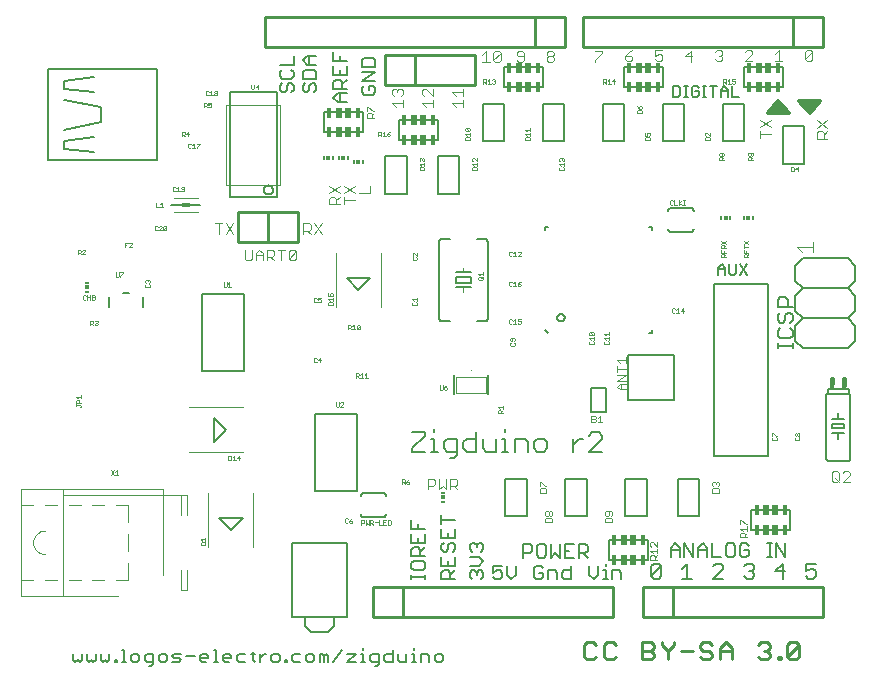
<source format=gto>
G75*
G70*
%OFA0B0*%
%FSLAX24Y24*%
%IPPOS*%
%LPD*%
%AMOC8*
5,1,8,0,0,1.08239X$1,22.5*
%
%ADD10C,0.0120*%
%ADD11C,0.0050*%
%ADD12C,0.0040*%
%ADD13C,0.0060*%
%ADD14C,0.0080*%
%ADD15C,0.0110*%
%ADD16C,0.0030*%
%ADD17C,0.0010*%
%ADD18C,0.0100*%
%ADD19R,0.0118X0.0059*%
%ADD20R,0.0118X0.0118*%
%ADD21R,0.0059X0.0118*%
%ADD22C,0.0020*%
%ADD23C,0.0004*%
%ADD24C,0.0030*%
%ADD25R,0.0150X0.0350*%
%ADD26R,0.0200X0.0350*%
%ADD27C,0.0039*%
%ADD28C,0.0028*%
%ADD29R,0.0276X0.0118*%
%ADD30C,0.0160*%
%ADD31R,0.0160X0.0230*%
D10*
X025400Y018636D02*
X025750Y019036D01*
X026100Y018636D01*
X025400Y018636D01*
X025550Y018786D02*
X025750Y018986D01*
X025900Y018736D01*
X025600Y018736D01*
X025800Y018886D01*
X026450Y019036D02*
X026800Y018636D01*
X027150Y019036D01*
X026450Y019036D01*
X026600Y018936D02*
X027000Y018936D01*
X026800Y018736D01*
X026650Y019036D01*
X026850Y019036D01*
X026800Y018936D02*
X026800Y018886D01*
D11*
X026604Y018216D02*
X025896Y018216D01*
X025896Y016956D01*
X026604Y016956D01*
X026604Y018216D01*
X025900Y019501D02*
X024600Y019501D01*
X024600Y020170D01*
X025900Y020170D01*
X025900Y019501D01*
X024604Y018966D02*
X024604Y017706D01*
X023896Y017706D01*
X023896Y018966D01*
X024604Y018966D01*
X024437Y019196D02*
X024204Y019196D01*
X024204Y019547D01*
X024069Y019430D02*
X024069Y019196D01*
X024069Y019372D02*
X023835Y019372D01*
X023835Y019430D02*
X023952Y019547D01*
X024069Y019430D01*
X023835Y019430D02*
X023835Y019196D01*
X023584Y019196D02*
X023584Y019547D01*
X023467Y019547D02*
X023701Y019547D01*
X023338Y019547D02*
X023222Y019547D01*
X023280Y019547D02*
X023280Y019196D01*
X023222Y019196D02*
X023338Y019196D01*
X023087Y019255D02*
X023087Y019372D01*
X022970Y019372D01*
X023087Y019488D02*
X023028Y019547D01*
X022912Y019547D01*
X022853Y019488D01*
X022853Y019255D01*
X022912Y019196D01*
X023028Y019196D01*
X023087Y019255D01*
X022724Y019196D02*
X022608Y019196D01*
X022666Y019196D02*
X022666Y019547D01*
X022608Y019547D02*
X022724Y019547D01*
X022473Y019488D02*
X022473Y019255D01*
X022414Y019196D01*
X022239Y019196D01*
X022239Y019547D01*
X022414Y019547D01*
X022473Y019488D01*
X022604Y018966D02*
X021896Y018966D01*
X021896Y017706D01*
X022604Y017706D01*
X022604Y018966D01*
X021900Y019501D02*
X020600Y019501D01*
X020600Y020170D01*
X021900Y020170D01*
X021900Y019501D01*
X020604Y018966D02*
X019896Y018966D01*
X019896Y017706D01*
X020604Y017706D01*
X020604Y018966D01*
X018604Y018966D02*
X018604Y017706D01*
X017896Y017706D01*
X017896Y018966D01*
X018604Y018966D01*
X017900Y019501D02*
X016600Y019501D01*
X016600Y020170D01*
X017900Y020170D01*
X017900Y019501D01*
X016604Y018966D02*
X016604Y017706D01*
X015896Y017706D01*
X015896Y018966D01*
X016604Y018966D01*
X014400Y018420D02*
X014400Y017751D01*
X013100Y017751D01*
X013100Y018420D01*
X014400Y018420D01*
X014396Y017216D02*
X015104Y017216D01*
X015104Y015956D01*
X014396Y015956D01*
X014396Y017216D01*
X013354Y017216D02*
X012646Y017216D01*
X012646Y015956D01*
X013354Y015956D01*
X013354Y017216D01*
X011900Y018001D02*
X010600Y018001D01*
X010600Y018670D01*
X011900Y018670D01*
X011900Y018001D01*
X011363Y019005D02*
X011063Y019005D01*
X010913Y019156D01*
X011063Y019306D01*
X011363Y019306D01*
X011363Y019466D02*
X010913Y019466D01*
X010913Y019691D01*
X010988Y019766D01*
X011138Y019766D01*
X011213Y019691D01*
X011213Y019466D01*
X011213Y019616D02*
X011363Y019766D01*
X011363Y019926D02*
X011363Y020226D01*
X011363Y020387D02*
X010913Y020387D01*
X010913Y020687D01*
X011138Y020537D02*
X011138Y020387D01*
X010913Y020226D02*
X010913Y019926D01*
X011363Y019926D01*
X011138Y019926D02*
X011138Y020076D01*
X011867Y020026D02*
X012318Y020026D01*
X011867Y019726D01*
X012318Y019726D01*
X012242Y019566D02*
X012092Y019566D01*
X012092Y019416D01*
X011942Y019566D02*
X011867Y019491D01*
X011867Y019340D01*
X011942Y019265D01*
X012242Y019265D01*
X012318Y019340D01*
X012318Y019491D01*
X012242Y019566D01*
X012318Y020186D02*
X011867Y020186D01*
X011867Y020411D01*
X011942Y020486D01*
X012242Y020486D01*
X012318Y020411D01*
X012318Y020186D01*
X011138Y019306D02*
X011138Y019005D01*
X010337Y019410D02*
X010262Y019335D01*
X010337Y019410D02*
X010337Y019560D01*
X010262Y019635D01*
X010187Y019635D01*
X010112Y019560D01*
X010112Y019410D01*
X010036Y019335D01*
X009961Y019335D01*
X009886Y019410D01*
X009886Y019560D01*
X009961Y019635D01*
X009886Y019795D02*
X009886Y020020D01*
X009961Y020095D01*
X010262Y020095D01*
X010337Y020020D01*
X010337Y019795D01*
X009886Y019795D01*
X009587Y019870D02*
X009587Y020020D01*
X009512Y020095D01*
X009587Y020255D02*
X009136Y020255D01*
X009211Y020095D02*
X009136Y020020D01*
X009136Y019870D01*
X009211Y019795D01*
X009512Y019795D01*
X009587Y019870D01*
X009512Y019635D02*
X009587Y019560D01*
X009587Y019410D01*
X009512Y019335D01*
X009362Y019410D02*
X009286Y019335D01*
X009211Y019335D01*
X009136Y019410D01*
X009136Y019560D01*
X009211Y019635D01*
X009362Y019560D02*
X009437Y019635D01*
X009512Y019635D01*
X009362Y019560D02*
X009362Y019410D01*
X009587Y020255D02*
X009587Y020556D01*
X009886Y020406D02*
X010036Y020556D01*
X010337Y020556D01*
X010112Y020556D02*
X010112Y020255D01*
X010036Y020255D02*
X009886Y020406D01*
X010036Y020255D02*
X010337Y020255D01*
X005049Y020101D02*
X005049Y017070D01*
X001407Y017070D01*
X001407Y020101D01*
X005049Y020101D01*
X003183Y018836D02*
X003183Y018336D01*
X001933Y018086D01*
X001933Y017711D02*
X002933Y017836D01*
X002933Y017336D02*
X001933Y017461D01*
X001933Y017711D01*
X001933Y019086D02*
X003183Y018836D01*
X002933Y019336D02*
X001933Y019461D01*
X001933Y019711D01*
X002933Y019836D01*
X005488Y015586D02*
X006472Y015586D01*
X014941Y009901D02*
X014941Y009271D01*
X016059Y009271D02*
X016059Y009901D01*
X017978Y011412D02*
X018077Y011314D01*
X018375Y011836D02*
X018377Y011858D01*
X018383Y011879D01*
X018392Y011898D01*
X018404Y011916D01*
X018420Y011932D01*
X018437Y011944D01*
X018457Y011953D01*
X018478Y011959D01*
X018500Y011961D01*
X018522Y011959D01*
X018543Y011953D01*
X018562Y011944D01*
X018580Y011932D01*
X018596Y011916D01*
X018608Y011898D01*
X018617Y011879D01*
X018623Y011858D01*
X018625Y011836D01*
X018623Y011814D01*
X018617Y011793D01*
X018608Y011774D01*
X018596Y011756D01*
X018580Y011740D01*
X018563Y011728D01*
X018543Y011719D01*
X018522Y011713D01*
X018500Y011711D01*
X018478Y011713D01*
X018457Y011719D01*
X018437Y011728D01*
X018420Y011740D01*
X018404Y011756D01*
X018392Y011773D01*
X018383Y011793D01*
X018377Y011814D01*
X018375Y011836D01*
X020736Y010599D02*
X022264Y010599D01*
X022264Y009072D01*
X020736Y009072D01*
X020736Y010599D01*
X021423Y011314D02*
X021522Y011314D01*
X021522Y011412D01*
X019996Y009479D02*
X019504Y009479D01*
X019504Y008692D01*
X019996Y008692D01*
X019996Y009479D01*
X019354Y006466D02*
X018646Y006466D01*
X018646Y005206D01*
X019354Y005206D01*
X019354Y006466D01*
X020646Y006466D02*
X020646Y005206D01*
X021354Y005206D01*
X021354Y006466D01*
X020646Y006466D01*
X022396Y006466D02*
X022396Y005206D01*
X023104Y005206D01*
X023104Y006466D01*
X022396Y006466D01*
X024850Y005420D02*
X024850Y004751D01*
X026150Y004751D01*
X026150Y005420D01*
X024850Y005420D01*
X024683Y004304D02*
X024533Y004304D01*
X024458Y004229D01*
X024458Y003928D01*
X024533Y003853D01*
X024683Y003853D01*
X024758Y003928D01*
X024758Y004079D01*
X024608Y004079D01*
X024758Y004229D02*
X024683Y004304D01*
X024297Y004229D02*
X024297Y003928D01*
X024222Y003853D01*
X024072Y003853D01*
X023997Y003928D01*
X023997Y004229D01*
X024072Y004304D01*
X024222Y004304D01*
X024297Y004229D01*
X023837Y003853D02*
X023537Y003853D01*
X023537Y004304D01*
X023377Y004154D02*
X023377Y003853D01*
X023377Y004079D02*
X023076Y004079D01*
X023076Y004154D02*
X023226Y004304D01*
X023377Y004154D01*
X023076Y004154D02*
X023076Y003853D01*
X022916Y003853D02*
X022916Y004304D01*
X022616Y004304D02*
X022916Y003853D01*
X022616Y003853D02*
X022616Y004304D01*
X022456Y004154D02*
X022456Y003853D01*
X022456Y004079D02*
X022156Y004079D01*
X022156Y004154D02*
X022306Y004304D01*
X022456Y004154D01*
X022156Y004154D02*
X022156Y003853D01*
X021400Y003751D02*
X020100Y003751D01*
X020100Y004420D01*
X021400Y004420D01*
X021400Y003751D01*
X020519Y003331D02*
X020519Y003105D01*
X020519Y003331D02*
X020444Y003406D01*
X020218Y003406D01*
X020218Y003105D01*
X020062Y003105D02*
X019911Y003105D01*
X019987Y003105D02*
X019987Y003406D01*
X019911Y003406D01*
X019987Y003556D02*
X019987Y003631D01*
X019751Y003556D02*
X019751Y003256D01*
X019601Y003105D01*
X019451Y003256D01*
X019451Y003556D01*
X019387Y003831D02*
X019237Y003981D01*
X019312Y003981D02*
X019087Y003981D01*
X019087Y003831D02*
X019087Y004281D01*
X019312Y004281D01*
X019387Y004206D01*
X019387Y004056D01*
X019312Y003981D01*
X018926Y003831D02*
X018626Y003831D01*
X018626Y004281D01*
X018926Y004281D01*
X018776Y004056D02*
X018626Y004056D01*
X018466Y003831D02*
X018466Y004281D01*
X018166Y004281D02*
X018166Y003831D01*
X018316Y003981D01*
X018466Y003831D01*
X018006Y003906D02*
X018006Y004206D01*
X017931Y004281D01*
X017780Y004281D01*
X017705Y004206D01*
X017705Y003906D01*
X017780Y003831D01*
X017931Y003831D01*
X018006Y003906D01*
X017835Y003556D02*
X017685Y003556D01*
X017609Y003481D01*
X017609Y003180D01*
X017685Y003105D01*
X017835Y003105D01*
X017910Y003180D01*
X017910Y003331D01*
X017760Y003331D01*
X017910Y003481D02*
X017835Y003556D01*
X018070Y003406D02*
X018295Y003406D01*
X018370Y003331D01*
X018370Y003105D01*
X018530Y003180D02*
X018530Y003331D01*
X018605Y003406D01*
X018831Y003406D01*
X018831Y003556D02*
X018831Y003105D01*
X018605Y003105D01*
X018530Y003180D01*
X018070Y003105D02*
X018070Y003406D01*
X017470Y003981D02*
X017245Y003981D01*
X017245Y003831D02*
X017245Y004281D01*
X017470Y004281D01*
X017545Y004206D01*
X017545Y004056D01*
X017470Y003981D01*
X016989Y003556D02*
X016989Y003256D01*
X016839Y003105D01*
X016689Y003256D01*
X016689Y003556D01*
X016529Y003556D02*
X016228Y003556D01*
X016228Y003331D01*
X016378Y003406D01*
X016453Y003406D01*
X016529Y003331D01*
X016529Y003180D01*
X016453Y003105D01*
X016303Y003105D01*
X016228Y003180D01*
X015913Y003180D02*
X015838Y003105D01*
X015913Y003180D02*
X015913Y003331D01*
X015838Y003406D01*
X015763Y003406D01*
X015688Y003331D01*
X015688Y003256D01*
X015688Y003331D02*
X015613Y003406D01*
X015538Y003406D01*
X015463Y003331D01*
X015463Y003180D01*
X015538Y003105D01*
X015463Y003566D02*
X015763Y003566D01*
X015913Y003716D01*
X015763Y003866D01*
X015463Y003866D01*
X015538Y004026D02*
X015463Y004101D01*
X015463Y004251D01*
X015538Y004326D01*
X015613Y004326D01*
X015688Y004251D01*
X015763Y004326D01*
X015838Y004326D01*
X015913Y004251D01*
X015913Y004101D01*
X015838Y004026D01*
X015688Y004176D02*
X015688Y004251D01*
X014963Y004251D02*
X014963Y004101D01*
X014888Y004026D01*
X014738Y004101D02*
X014738Y004251D01*
X014813Y004326D01*
X014888Y004326D01*
X014963Y004251D01*
X014963Y004487D02*
X014513Y004487D01*
X014513Y004787D01*
X014513Y004947D02*
X014513Y005247D01*
X014513Y005097D02*
X014963Y005097D01*
X014963Y004787D02*
X014963Y004487D01*
X014738Y004487D02*
X014738Y004637D01*
X014588Y004326D02*
X014513Y004251D01*
X014513Y004101D01*
X014588Y004026D01*
X014663Y004026D01*
X014738Y004101D01*
X014513Y003866D02*
X014513Y003566D01*
X014963Y003566D01*
X014963Y003866D01*
X014738Y003716D02*
X014738Y003566D01*
X014738Y003406D02*
X014813Y003331D01*
X014813Y003105D01*
X014963Y003105D02*
X014513Y003105D01*
X014513Y003331D01*
X014588Y003406D01*
X014738Y003406D01*
X014813Y003256D02*
X014963Y003406D01*
X013963Y003487D02*
X013963Y003638D01*
X013888Y003713D01*
X013588Y003713D01*
X013513Y003638D01*
X013513Y003487D01*
X013588Y003412D01*
X013888Y003412D01*
X013963Y003487D01*
X013963Y003256D02*
X013963Y003105D01*
X013963Y003180D02*
X013513Y003180D01*
X013513Y003105D02*
X013513Y003256D01*
X013513Y003873D02*
X013513Y004098D01*
X013588Y004173D01*
X013738Y004173D01*
X013813Y004098D01*
X013813Y003873D01*
X013813Y004023D02*
X013963Y004173D01*
X013963Y004333D02*
X013963Y004633D01*
X013963Y004793D02*
X013513Y004793D01*
X013513Y005094D01*
X013738Y004944D02*
X013738Y004793D01*
X013513Y004633D02*
X013513Y004333D01*
X013963Y004333D01*
X013738Y004333D02*
X013738Y004483D01*
X013963Y003873D02*
X013513Y003873D01*
X011356Y004306D02*
X009544Y004306D01*
X009544Y001865D01*
X009978Y001865D01*
X009978Y001550D01*
X010174Y001353D01*
X010726Y001353D01*
X010922Y001550D01*
X010922Y001865D01*
X009978Y001865D01*
X010922Y001865D02*
X011356Y001865D01*
X011356Y004306D01*
X016646Y005206D02*
X016646Y006466D01*
X017354Y006466D01*
X017354Y005206D01*
X016646Y005206D01*
X025378Y004304D02*
X025528Y004304D01*
X025453Y004304D02*
X025453Y003853D01*
X025378Y003853D02*
X025528Y003853D01*
X025685Y003853D02*
X025685Y004304D01*
X025985Y003853D01*
X025985Y004304D01*
X021522Y014759D02*
X021522Y014857D01*
X021423Y014857D01*
X018077Y014857D02*
X017978Y014857D01*
X017978Y014759D01*
D12*
X015230Y018856D02*
X015230Y019096D01*
X015230Y018976D02*
X014870Y018976D01*
X014990Y018856D01*
X014990Y019224D02*
X014870Y019344D01*
X015230Y019344D01*
X015230Y019224D02*
X015230Y019464D01*
X014230Y019464D02*
X014230Y019224D01*
X013990Y019464D01*
X013930Y019464D01*
X013870Y019404D01*
X013870Y019284D01*
X013930Y019224D01*
X013870Y018976D02*
X014230Y018976D01*
X014230Y018856D02*
X014230Y019096D01*
X013990Y018856D02*
X013870Y018976D01*
X013230Y018976D02*
X012870Y018976D01*
X012990Y018856D01*
X013230Y018856D02*
X013230Y019096D01*
X013170Y019224D02*
X013230Y019284D01*
X013230Y019404D01*
X013170Y019464D01*
X013110Y019464D01*
X013050Y019404D01*
X013050Y019344D01*
X013050Y019404D02*
X012990Y019464D01*
X012930Y019464D01*
X012870Y019404D01*
X012870Y019284D01*
X012930Y019224D01*
X015880Y020356D02*
X016120Y020356D01*
X016000Y020356D02*
X016000Y020716D01*
X015880Y020596D01*
X016248Y020656D02*
X016248Y020416D01*
X016489Y020656D01*
X016489Y020416D01*
X016428Y020356D01*
X016308Y020356D01*
X016248Y020416D01*
X016248Y020656D02*
X016308Y020716D01*
X016428Y020716D01*
X016489Y020656D01*
X017020Y020656D02*
X017020Y020596D01*
X017080Y020536D01*
X017260Y020536D01*
X017260Y020656D02*
X017200Y020716D01*
X017080Y020716D01*
X017020Y020656D01*
X017260Y020656D02*
X017260Y020416D01*
X017200Y020356D01*
X017080Y020356D01*
X017020Y020416D01*
X018020Y020416D02*
X018020Y020476D01*
X018080Y020536D01*
X018200Y020536D01*
X018260Y020476D01*
X018260Y020416D01*
X018200Y020356D01*
X018080Y020356D01*
X018020Y020416D01*
X018080Y020536D02*
X018020Y020596D01*
X018020Y020656D01*
X018080Y020716D01*
X018200Y020716D01*
X018260Y020656D01*
X018260Y020596D01*
X018200Y020536D01*
X019620Y020416D02*
X019620Y020356D01*
X019620Y020416D02*
X019860Y020656D01*
X019860Y020716D01*
X019620Y020716D01*
X020645Y020561D02*
X020645Y020441D01*
X020705Y020381D01*
X020825Y020381D01*
X020885Y020441D01*
X020885Y020501D01*
X020825Y020561D01*
X020645Y020561D01*
X020765Y020681D01*
X020885Y020741D01*
X021645Y020741D02*
X021645Y020561D01*
X021765Y020621D01*
X021825Y020621D01*
X021885Y020561D01*
X021885Y020441D01*
X021825Y020381D01*
X021705Y020381D01*
X021645Y020441D01*
X021645Y020741D02*
X021885Y020741D01*
X022645Y020536D02*
X022885Y020536D01*
X022825Y020356D02*
X022825Y020716D01*
X022645Y020536D01*
X023645Y020441D02*
X023705Y020381D01*
X023825Y020381D01*
X023885Y020441D01*
X023885Y020501D01*
X023825Y020561D01*
X023765Y020561D01*
X023825Y020561D02*
X023885Y020621D01*
X023885Y020681D01*
X023825Y020741D01*
X023705Y020741D01*
X023645Y020681D01*
X024645Y020681D02*
X024705Y020741D01*
X024825Y020741D01*
X024885Y020681D01*
X024885Y020621D01*
X024645Y020381D01*
X024885Y020381D01*
X025645Y020381D02*
X025885Y020381D01*
X025765Y020381D02*
X025765Y020741D01*
X025645Y020621D01*
X026645Y020681D02*
X026645Y020441D01*
X026885Y020681D01*
X026885Y020441D01*
X026825Y020381D01*
X026705Y020381D01*
X026645Y020441D01*
X026645Y020681D02*
X026705Y020741D01*
X026825Y020741D01*
X026885Y020681D01*
X027020Y018402D02*
X027380Y018162D01*
X027380Y018034D02*
X027260Y017914D01*
X027260Y017974D02*
X027260Y017794D01*
X027380Y017794D02*
X027020Y017794D01*
X027020Y017974D01*
X027080Y018034D01*
X027200Y018034D01*
X027260Y017974D01*
X027020Y018162D02*
X027380Y018402D01*
X025507Y018423D02*
X025146Y018182D01*
X025146Y018054D02*
X025146Y017814D01*
X025146Y017934D02*
X025507Y017934D01*
X025507Y018182D02*
X025146Y018423D01*
X026379Y014189D02*
X026891Y014189D01*
X026891Y014359D02*
X026891Y014018D01*
X026550Y014018D02*
X026379Y014189D01*
X027580Y006716D02*
X027700Y006716D01*
X027760Y006656D01*
X027760Y006416D01*
X027700Y006356D01*
X027580Y006356D01*
X027520Y006416D01*
X027520Y006656D01*
X027580Y006716D01*
X027640Y006476D02*
X027760Y006356D01*
X027888Y006356D02*
X028129Y006596D01*
X028129Y006656D01*
X028068Y006716D01*
X027948Y006716D01*
X027888Y006656D01*
X027888Y006356D02*
X028129Y006356D01*
X015047Y006406D02*
X015047Y006286D01*
X014987Y006226D01*
X014807Y006226D01*
X014927Y006226D02*
X015047Y006106D01*
X014807Y006106D02*
X014807Y006466D01*
X014987Y006466D01*
X015047Y006406D01*
X014679Y006466D02*
X014679Y006106D01*
X014558Y006226D01*
X014438Y006106D01*
X014438Y006466D01*
X014310Y006406D02*
X014310Y006286D01*
X014250Y006226D01*
X014070Y006226D01*
X014070Y006106D02*
X014070Y006466D01*
X014250Y006466D01*
X014310Y006406D01*
X008250Y005976D02*
X008250Y004196D01*
X006750Y004196D02*
X006750Y005976D01*
X006110Y007336D02*
X007890Y007336D01*
X007890Y008836D02*
X006110Y008836D01*
X011000Y012196D02*
X011000Y013976D01*
X009672Y014036D02*
X009672Y013796D01*
X009612Y013736D01*
X009492Y013736D01*
X009432Y013796D01*
X009672Y014036D01*
X009612Y014096D01*
X009492Y014096D01*
X009432Y014036D01*
X009432Y013796D01*
X009183Y013736D02*
X009183Y014096D01*
X009063Y014096D02*
X009304Y014096D01*
X008935Y014036D02*
X008935Y013916D01*
X008875Y013856D01*
X008695Y013856D01*
X008815Y013856D02*
X008935Y013736D01*
X008695Y013736D02*
X008695Y014096D01*
X008875Y014096D01*
X008935Y014036D01*
X008567Y013976D02*
X008567Y013736D01*
X008567Y013916D02*
X008327Y013916D01*
X008327Y013976D02*
X008327Y013736D01*
X008199Y013796D02*
X008199Y014096D01*
X008327Y013976D02*
X008447Y014096D01*
X008567Y013976D01*
X008199Y013796D02*
X008139Y013736D01*
X008018Y013736D01*
X007958Y013796D01*
X007958Y014096D01*
X010770Y015619D02*
X010770Y015799D01*
X010830Y015859D01*
X010950Y015859D01*
X011010Y015799D01*
X011010Y015619D01*
X011130Y015619D02*
X010770Y015619D01*
X011010Y015739D02*
X011130Y015859D01*
X011130Y015987D02*
X010770Y016227D01*
X010770Y015987D02*
X011130Y016227D01*
X011270Y016227D02*
X011630Y015987D01*
X011770Y015987D02*
X012130Y015987D01*
X012130Y016227D01*
X011630Y016227D02*
X011270Y015987D01*
X011270Y015859D02*
X011270Y015619D01*
X011270Y015739D02*
X011630Y015739D01*
X012500Y013976D02*
X012500Y012196D01*
D13*
X014443Y011806D02*
X014443Y014365D01*
X014444Y014382D01*
X014449Y014399D01*
X014456Y014414D01*
X014466Y014428D01*
X014478Y014440D01*
X014492Y014450D01*
X014507Y014457D01*
X014524Y014462D01*
X014541Y014463D01*
X014541Y014464D02*
X014800Y014464D01*
X015700Y014464D02*
X015959Y014464D01*
X015959Y014463D02*
X015976Y014462D01*
X015993Y014457D01*
X016008Y014450D01*
X016022Y014440D01*
X016034Y014428D01*
X016044Y014414D01*
X016051Y014399D01*
X016056Y014382D01*
X016057Y014365D01*
X016057Y011806D01*
X016056Y011789D01*
X016051Y011772D01*
X016044Y011757D01*
X016034Y011743D01*
X016022Y011731D01*
X016008Y011721D01*
X015993Y011714D01*
X015976Y011709D01*
X015959Y011708D01*
X015700Y011708D01*
X014800Y011708D02*
X014541Y011708D01*
X014524Y011709D01*
X014507Y011714D01*
X014492Y011721D01*
X014478Y011731D01*
X014466Y011743D01*
X014456Y011757D01*
X014449Y011772D01*
X014444Y011789D01*
X014443Y011806D01*
X015000Y012836D02*
X015250Y012836D01*
X015500Y012836D01*
X015500Y012986D02*
X015500Y013186D01*
X015000Y013186D01*
X015000Y012986D01*
X015500Y012986D01*
X015500Y013336D02*
X015250Y013336D01*
X015000Y013336D01*
X009020Y015836D02*
X007480Y015836D01*
X007480Y019336D01*
X009020Y019336D01*
X009020Y015836D01*
X008600Y016086D02*
X008602Y016110D01*
X008608Y016134D01*
X008617Y016156D01*
X008630Y016176D01*
X008646Y016194D01*
X008665Y016209D01*
X008686Y016222D01*
X008708Y016230D01*
X008732Y016235D01*
X008756Y016236D01*
X008780Y016233D01*
X008803Y016226D01*
X008825Y016216D01*
X008845Y016202D01*
X008862Y016185D01*
X008877Y016166D01*
X008888Y016145D01*
X008896Y016122D01*
X008900Y016098D01*
X008900Y016074D01*
X008896Y016050D01*
X008888Y016027D01*
X008877Y016006D01*
X008862Y015987D01*
X008845Y015970D01*
X008825Y015956D01*
X008803Y015946D01*
X008780Y015939D01*
X008756Y015936D01*
X008732Y015937D01*
X008708Y015942D01*
X008686Y015950D01*
X008665Y015963D01*
X008646Y015978D01*
X008630Y015996D01*
X008617Y016016D01*
X008608Y016038D01*
X008602Y016062D01*
X008600Y016086D01*
X014281Y008113D02*
X014281Y008006D01*
X014281Y007793D02*
X014175Y007793D01*
X014281Y007793D02*
X014281Y007366D01*
X014175Y007366D02*
X014388Y007366D01*
X014604Y007472D02*
X014711Y007366D01*
X015031Y007366D01*
X015031Y007259D02*
X015031Y007793D01*
X014711Y007793D01*
X014604Y007686D01*
X014604Y007472D01*
X014925Y007152D02*
X015031Y007259D01*
X014925Y007152D02*
X014818Y007152D01*
X015249Y007472D02*
X015249Y007686D01*
X015356Y007793D01*
X015676Y007793D01*
X015676Y008006D02*
X015676Y007366D01*
X015356Y007366D01*
X015249Y007472D01*
X015893Y007472D02*
X016000Y007366D01*
X016320Y007366D01*
X016320Y007793D01*
X016538Y007793D02*
X016645Y007793D01*
X016645Y007366D01*
X016751Y007366D02*
X016538Y007366D01*
X016968Y007366D02*
X016968Y007793D01*
X017288Y007793D01*
X017395Y007686D01*
X017395Y007366D01*
X017612Y007472D02*
X017719Y007366D01*
X017932Y007366D01*
X018039Y007472D01*
X018039Y007686D01*
X017932Y007793D01*
X017719Y007793D01*
X017612Y007686D01*
X017612Y007472D01*
X016645Y008006D02*
X016645Y008113D01*
X015893Y007793D02*
X015893Y007472D01*
X013957Y007366D02*
X013530Y007366D01*
X013530Y007472D01*
X013957Y007899D01*
X013957Y008006D01*
X013530Y008006D01*
X018901Y007793D02*
X018901Y007366D01*
X018901Y007579D02*
X019115Y007793D01*
X019222Y007793D01*
X019438Y007899D02*
X019545Y008006D01*
X019759Y008006D01*
X019865Y007899D01*
X019865Y007793D01*
X019438Y007366D01*
X019865Y007366D01*
X021594Y003621D02*
X021761Y003621D01*
X021844Y003537D01*
X021511Y003204D01*
X021594Y003120D01*
X021761Y003120D01*
X021844Y003204D01*
X021844Y003537D01*
X021594Y003621D02*
X021511Y003537D01*
X021511Y003204D01*
X022542Y003120D02*
X022875Y003120D01*
X022709Y003120D02*
X022709Y003621D01*
X022542Y003454D01*
X023573Y003537D02*
X023657Y003621D01*
X023823Y003621D01*
X023907Y003537D01*
X023907Y003454D01*
X023573Y003120D01*
X023907Y003120D01*
X024604Y003204D02*
X024688Y003120D01*
X024855Y003120D01*
X024938Y003204D01*
X024938Y003287D01*
X024855Y003371D01*
X024771Y003371D01*
X024855Y003371D02*
X024938Y003454D01*
X024938Y003537D01*
X024855Y003621D01*
X024688Y003621D01*
X024604Y003537D01*
X025636Y003371D02*
X025969Y003371D01*
X025886Y003621D02*
X025886Y003120D01*
X025636Y003371D02*
X025886Y003621D01*
X026667Y003621D02*
X026667Y003371D01*
X026834Y003454D01*
X026917Y003454D01*
X027001Y003371D01*
X027001Y003204D01*
X026917Y003120D01*
X026750Y003120D01*
X026667Y003204D01*
X026667Y003621D02*
X027001Y003621D01*
X027450Y007036D02*
X028050Y007036D01*
X028067Y007038D01*
X028084Y007042D01*
X028100Y007049D01*
X028114Y007059D01*
X028127Y007072D01*
X028137Y007086D01*
X028144Y007102D01*
X028148Y007119D01*
X028150Y007136D01*
X028150Y009286D01*
X028100Y009286D01*
X027400Y009286D01*
X027350Y009286D01*
X027350Y007136D01*
X027352Y007119D01*
X027356Y007102D01*
X027363Y007086D01*
X027373Y007072D01*
X027386Y007059D01*
X027400Y007049D01*
X027416Y007042D01*
X027433Y007038D01*
X027450Y007036D01*
X027750Y007786D02*
X027750Y007986D01*
X027550Y007986D01*
X027550Y008136D02*
X027950Y008136D01*
X027950Y008286D01*
X027550Y008286D01*
X027550Y008136D01*
X027750Y007986D02*
X027950Y007986D01*
X027950Y008436D02*
X027750Y008436D01*
X027550Y008436D01*
X027750Y008436D02*
X027750Y008636D01*
X027400Y009286D02*
X027400Y009436D01*
X028100Y009436D01*
X028100Y009286D01*
X028055Y010816D02*
X026555Y010816D01*
X026305Y011066D01*
X026305Y011566D01*
X026555Y011816D01*
X028055Y011816D01*
X028305Y011566D01*
X028305Y011066D01*
X028055Y010816D01*
X028055Y011816D02*
X028305Y012066D01*
X028305Y012566D01*
X028055Y012816D01*
X026555Y012816D01*
X026305Y012566D01*
X026305Y012066D01*
X026555Y011816D01*
X026235Y011748D02*
X026152Y011665D01*
X026235Y011748D02*
X026235Y011915D01*
X026152Y011998D01*
X026068Y011998D01*
X025985Y011915D01*
X025985Y011748D01*
X025901Y011665D01*
X025818Y011665D01*
X025735Y011748D01*
X025735Y011915D01*
X025818Y011998D01*
X025735Y012180D02*
X025735Y012430D01*
X025818Y012514D01*
X025985Y012514D01*
X026068Y012430D01*
X026068Y012180D01*
X026235Y012180D02*
X025735Y012180D01*
X026555Y012816D02*
X026305Y013066D01*
X026305Y013566D01*
X026555Y013816D01*
X028055Y013816D01*
X028305Y013566D01*
X028305Y013066D01*
X028055Y012816D01*
X026235Y011399D02*
X026152Y011483D01*
X026235Y011399D02*
X026235Y011232D01*
X026152Y011149D01*
X025818Y011149D01*
X025735Y011232D01*
X025735Y011399D01*
X025818Y011483D01*
X025735Y010972D02*
X025735Y010805D01*
X025735Y010889D02*
X026235Y010889D01*
X026235Y010972D02*
X026235Y010805D01*
X024706Y013265D02*
X024479Y013605D01*
X024338Y013605D02*
X024338Y013322D01*
X024281Y013265D01*
X024168Y013265D01*
X024111Y013322D01*
X024111Y013605D01*
X023969Y013492D02*
X023969Y013265D01*
X023969Y013435D02*
X023743Y013435D01*
X023743Y013492D02*
X023856Y013605D01*
X023969Y013492D01*
X023743Y013492D02*
X023743Y013265D01*
X024479Y013265D02*
X024706Y013605D01*
D14*
X002319Y000340D02*
X002249Y000410D01*
X002249Y000620D01*
X002389Y000410D02*
X002459Y000340D01*
X002529Y000410D01*
X002529Y000620D01*
X002709Y000620D02*
X002709Y000410D01*
X002779Y000340D01*
X002849Y000410D01*
X002919Y000340D01*
X002989Y000410D01*
X002989Y000620D01*
X003169Y000620D02*
X003169Y000410D01*
X003239Y000340D01*
X003309Y000410D01*
X003380Y000340D01*
X003450Y000410D01*
X003450Y000620D01*
X003630Y000410D02*
X003700Y000410D01*
X003700Y000340D01*
X003630Y000340D01*
X003630Y000410D01*
X003860Y000340D02*
X004000Y000340D01*
X003930Y000340D02*
X003930Y000760D01*
X003860Y000760D01*
X004167Y000550D02*
X004167Y000410D01*
X004237Y000340D01*
X004377Y000340D01*
X004447Y000410D01*
X004447Y000550D01*
X004377Y000620D01*
X004237Y000620D01*
X004167Y000550D01*
X004627Y000550D02*
X004627Y000410D01*
X004697Y000340D01*
X004908Y000340D01*
X004908Y000270D02*
X004908Y000620D01*
X004697Y000620D01*
X004627Y000550D01*
X004908Y000270D02*
X004837Y000200D01*
X004767Y000200D01*
X005088Y000410D02*
X005158Y000340D01*
X005298Y000340D01*
X005368Y000410D01*
X005368Y000550D01*
X005298Y000620D01*
X005158Y000620D01*
X005088Y000550D01*
X005088Y000410D01*
X005548Y000340D02*
X005758Y000340D01*
X005828Y000410D01*
X005758Y000480D01*
X005618Y000480D01*
X005548Y000550D01*
X005618Y000620D01*
X005828Y000620D01*
X006008Y000550D02*
X006289Y000550D01*
X006469Y000550D02*
X006469Y000410D01*
X006539Y000340D01*
X006679Y000340D01*
X006749Y000480D02*
X006469Y000480D01*
X006469Y000550D02*
X006539Y000620D01*
X006679Y000620D01*
X006749Y000550D01*
X006749Y000480D01*
X006929Y000340D02*
X007069Y000340D01*
X006999Y000340D02*
X006999Y000760D01*
X006929Y000760D01*
X007236Y000550D02*
X007236Y000410D01*
X007306Y000340D01*
X007446Y000340D01*
X007516Y000480D02*
X007236Y000480D01*
X007236Y000550D02*
X007306Y000620D01*
X007446Y000620D01*
X007516Y000550D01*
X007516Y000480D01*
X007697Y000410D02*
X007767Y000340D01*
X007977Y000340D01*
X008227Y000410D02*
X008297Y000340D01*
X008227Y000410D02*
X008227Y000690D01*
X008157Y000620D02*
X008297Y000620D01*
X008464Y000620D02*
X008464Y000340D01*
X008464Y000480D02*
X008604Y000620D01*
X008674Y000620D01*
X008848Y000550D02*
X008848Y000410D01*
X008918Y000340D01*
X009058Y000340D01*
X009128Y000410D01*
X009128Y000550D01*
X009058Y000620D01*
X008918Y000620D01*
X008848Y000550D01*
X009308Y000410D02*
X009378Y000410D01*
X009378Y000340D01*
X009308Y000340D01*
X009308Y000410D01*
X009538Y000410D02*
X009608Y000340D01*
X009818Y000340D01*
X009999Y000410D02*
X009999Y000550D01*
X010069Y000620D01*
X010209Y000620D01*
X010279Y000550D01*
X010279Y000410D01*
X010209Y000340D01*
X010069Y000340D01*
X009999Y000410D01*
X009818Y000620D02*
X009608Y000620D01*
X009538Y000550D01*
X009538Y000410D01*
X010459Y000340D02*
X010459Y000620D01*
X010529Y000620D01*
X010599Y000550D01*
X010669Y000620D01*
X010739Y000550D01*
X010739Y000340D01*
X010599Y000340D02*
X010599Y000550D01*
X010919Y000340D02*
X011200Y000760D01*
X011380Y000620D02*
X011660Y000620D01*
X011380Y000340D01*
X011660Y000340D01*
X011840Y000340D02*
X011980Y000340D01*
X011910Y000340D02*
X011910Y000620D01*
X011840Y000620D01*
X011910Y000760D02*
X011910Y000830D01*
X012147Y000550D02*
X012147Y000410D01*
X012217Y000340D01*
X012427Y000340D01*
X012427Y000270D02*
X012427Y000620D01*
X012217Y000620D01*
X012147Y000550D01*
X012427Y000270D02*
X012357Y000200D01*
X012287Y000200D01*
X012607Y000410D02*
X012607Y000550D01*
X012677Y000620D01*
X012888Y000620D01*
X012888Y000760D02*
X012888Y000340D01*
X012677Y000340D01*
X012607Y000410D01*
X013068Y000410D02*
X013138Y000340D01*
X013348Y000340D01*
X013348Y000620D01*
X013528Y000620D02*
X013598Y000620D01*
X013598Y000340D01*
X013528Y000340D02*
X013668Y000340D01*
X013835Y000340D02*
X013835Y000620D01*
X014045Y000620D01*
X014115Y000550D01*
X014115Y000340D01*
X014296Y000410D02*
X014296Y000550D01*
X014366Y000620D01*
X014506Y000620D01*
X014576Y000550D01*
X014576Y000410D01*
X014506Y000340D01*
X014366Y000340D01*
X014296Y000410D01*
X013598Y000760D02*
X013598Y000830D01*
X013068Y000620D02*
X013068Y000410D01*
X007977Y000620D02*
X007767Y000620D01*
X007697Y000550D01*
X007697Y000410D01*
X002389Y000410D02*
X002319Y000340D01*
X007106Y005162D02*
X007500Y004759D01*
X007894Y005162D01*
X007106Y005162D01*
X010300Y006045D02*
X010300Y008626D01*
X011700Y008626D01*
X011700Y006045D01*
X010300Y006045D01*
X011925Y005986D02*
X012575Y005986D01*
X012592Y005984D01*
X012609Y005980D01*
X012625Y005973D01*
X012639Y005963D01*
X012652Y005950D01*
X012662Y005936D01*
X012669Y005920D01*
X012673Y005903D01*
X012675Y005886D01*
X011925Y005986D02*
X011908Y005984D01*
X011891Y005980D01*
X011875Y005973D01*
X011861Y005963D01*
X011848Y005950D01*
X011838Y005936D01*
X011831Y005920D01*
X011827Y005903D01*
X011825Y005886D01*
X011825Y005286D02*
X011827Y005269D01*
X011831Y005252D01*
X011838Y005236D01*
X011848Y005222D01*
X011861Y005209D01*
X011875Y005199D01*
X011891Y005192D01*
X011908Y005188D01*
X011925Y005186D01*
X012575Y005186D01*
X012592Y005188D01*
X012609Y005192D01*
X012625Y005199D01*
X012639Y005209D01*
X012652Y005222D01*
X012662Y005236D01*
X012669Y005252D01*
X012673Y005269D01*
X012675Y005286D01*
X007327Y008086D02*
X006924Y008479D01*
X006924Y007692D01*
X007327Y008086D01*
X007950Y010045D02*
X006550Y010045D01*
X006550Y012626D01*
X007950Y012626D01*
X007950Y010045D01*
X004560Y012167D02*
X004560Y012505D01*
X004106Y012655D02*
X003894Y012655D01*
X003440Y012505D02*
X003440Y012167D01*
X011356Y013162D02*
X012144Y013162D01*
X011750Y012759D01*
X011356Y013162D01*
X022175Y014686D02*
X022825Y014686D01*
X022842Y014688D01*
X022859Y014692D01*
X022875Y014699D01*
X022889Y014709D01*
X022902Y014722D01*
X022912Y014736D01*
X022919Y014752D01*
X022923Y014769D01*
X022925Y014786D01*
X022925Y015386D02*
X022923Y015403D01*
X022919Y015420D01*
X022912Y015436D01*
X022902Y015450D01*
X022889Y015463D01*
X022875Y015473D01*
X022859Y015480D01*
X022842Y015484D01*
X022825Y015486D01*
X022175Y015486D01*
X022158Y015484D01*
X022141Y015480D01*
X022125Y015473D01*
X022111Y015463D01*
X022098Y015450D01*
X022088Y015436D01*
X022081Y015420D01*
X022077Y015403D01*
X022075Y015386D01*
X022075Y014786D02*
X022077Y014769D01*
X022081Y014752D01*
X022088Y014736D01*
X022098Y014722D01*
X022111Y014709D01*
X022125Y014699D01*
X022141Y014692D01*
X022158Y014688D01*
X022175Y014686D01*
X023614Y012940D02*
X025386Y012940D01*
X025386Y007231D01*
X023614Y007231D01*
X023614Y012940D01*
D15*
X023446Y001026D02*
X023249Y001026D01*
X023151Y000927D01*
X023151Y000829D01*
X023249Y000730D01*
X023446Y000730D01*
X023545Y000632D01*
X023545Y000533D01*
X023446Y000435D01*
X023249Y000435D01*
X023151Y000533D01*
X022900Y000730D02*
X022506Y000730D01*
X022255Y000927D02*
X022255Y001026D01*
X022255Y000927D02*
X022059Y000730D01*
X022059Y000435D01*
X022059Y000730D02*
X021862Y000927D01*
X021862Y001026D01*
X021611Y000927D02*
X021611Y000829D01*
X021512Y000730D01*
X021217Y000730D01*
X021217Y000435D02*
X021217Y001026D01*
X021512Y001026D01*
X021611Y000927D01*
X021512Y000730D02*
X021611Y000632D01*
X021611Y000533D01*
X021512Y000435D01*
X021217Y000435D01*
X020322Y000533D02*
X020223Y000435D01*
X020027Y000435D01*
X019928Y000533D01*
X019928Y000927D01*
X020027Y001026D01*
X020223Y001026D01*
X020322Y000927D01*
X019677Y000927D02*
X019579Y001026D01*
X019382Y001026D01*
X019284Y000927D01*
X019284Y000533D01*
X019382Y000435D01*
X019579Y000435D01*
X019677Y000533D01*
X023446Y001026D02*
X023545Y000927D01*
X023795Y000829D02*
X023992Y001026D01*
X024189Y000829D01*
X024189Y000435D01*
X023795Y000435D02*
X023795Y000829D01*
X023795Y000730D02*
X024189Y000730D01*
X025085Y000533D02*
X025183Y000435D01*
X025380Y000435D01*
X025478Y000533D01*
X025478Y000632D01*
X025380Y000730D01*
X025281Y000730D01*
X025380Y000730D02*
X025478Y000829D01*
X025478Y000927D01*
X025380Y001026D01*
X025183Y001026D01*
X025085Y000927D01*
X025729Y000533D02*
X025827Y000533D01*
X025827Y000435D01*
X025729Y000435D01*
X025729Y000533D01*
X026051Y000533D02*
X026051Y000927D01*
X026150Y001026D01*
X026347Y001026D01*
X026445Y000927D01*
X026051Y000533D01*
X026150Y000435D01*
X026347Y000435D01*
X026445Y000533D01*
X026445Y000927D01*
D16*
X020659Y009436D02*
X020466Y009436D01*
X020369Y009533D01*
X020466Y009629D01*
X020659Y009629D01*
X020659Y009730D02*
X020369Y009730D01*
X020659Y009924D01*
X020369Y009924D01*
X020369Y010025D02*
X020369Y010219D01*
X020369Y010122D02*
X020659Y010122D01*
X020659Y010320D02*
X020659Y010513D01*
X020659Y010416D02*
X020369Y010416D01*
X020466Y010320D01*
X020514Y009629D02*
X020514Y009436D01*
X010530Y014601D02*
X010283Y014971D01*
X010162Y014909D02*
X010162Y014786D01*
X010100Y014724D01*
X009915Y014724D01*
X009915Y014601D02*
X009915Y014971D01*
X010100Y014971D01*
X010162Y014909D01*
X010038Y014724D02*
X010162Y014601D01*
X010283Y014601D02*
X010530Y014971D01*
X007580Y014971D02*
X007333Y014601D01*
X007088Y014601D02*
X007088Y014971D01*
X006965Y014971D02*
X007212Y014971D01*
X007333Y014971D02*
X007580Y014601D01*
D17*
X007452Y013011D02*
X007452Y012861D01*
X007402Y012861D02*
X007502Y012861D01*
X007402Y012961D02*
X007452Y013011D01*
X007355Y013011D02*
X007355Y012886D01*
X007330Y012861D01*
X007280Y012861D01*
X007255Y012886D01*
X007255Y013011D01*
X005350Y014766D02*
X005325Y014741D01*
X005275Y014741D01*
X005250Y014766D01*
X005350Y014866D01*
X005350Y014766D01*
X005350Y014866D02*
X005325Y014891D01*
X005275Y014891D01*
X005250Y014866D01*
X005250Y014766D01*
X005202Y014741D02*
X005102Y014741D01*
X005202Y014841D01*
X005202Y014866D01*
X005177Y014891D01*
X005127Y014891D01*
X005102Y014866D01*
X005055Y014866D02*
X005030Y014891D01*
X004980Y014891D01*
X004955Y014866D01*
X004955Y014766D01*
X004980Y014741D01*
X005030Y014741D01*
X005055Y014766D01*
X005005Y015516D02*
X005105Y015516D01*
X005152Y015516D02*
X005252Y015516D01*
X005202Y015516D02*
X005202Y015666D01*
X005152Y015616D01*
X005005Y015666D02*
X005005Y015516D01*
X005555Y016066D02*
X005580Y016041D01*
X005630Y016041D01*
X005655Y016066D01*
X005702Y016041D02*
X005802Y016041D01*
X005752Y016041D02*
X005752Y016191D01*
X005702Y016141D01*
X005655Y016166D02*
X005630Y016191D01*
X005580Y016191D01*
X005555Y016166D01*
X005555Y016066D01*
X005850Y016066D02*
X005875Y016041D01*
X005925Y016041D01*
X005950Y016066D01*
X005950Y016166D01*
X005925Y016191D01*
X005875Y016191D01*
X005850Y016166D01*
X005850Y016141D01*
X005875Y016116D01*
X005950Y016116D01*
X006088Y017481D02*
X006063Y017506D01*
X006063Y017606D01*
X006088Y017631D01*
X006138Y017631D01*
X006163Y017606D01*
X006210Y017581D02*
X006260Y017631D01*
X006260Y017481D01*
X006210Y017481D02*
X006310Y017481D01*
X006358Y017481D02*
X006358Y017506D01*
X006458Y017606D01*
X006458Y017631D01*
X006358Y017631D01*
X006163Y017506D02*
X006138Y017481D01*
X006088Y017481D01*
X006083Y017881D02*
X006083Y018031D01*
X006008Y017956D01*
X006108Y017956D01*
X005960Y017956D02*
X005935Y017931D01*
X005860Y017931D01*
X005910Y017931D02*
X005960Y017881D01*
X005960Y017956D02*
X005960Y018006D01*
X005935Y018031D01*
X005860Y018031D01*
X005860Y017881D01*
X006605Y018841D02*
X006605Y018991D01*
X006680Y018991D01*
X006705Y018966D01*
X006705Y018916D01*
X006680Y018891D01*
X006605Y018891D01*
X006655Y018891D02*
X006705Y018841D01*
X006752Y018866D02*
X006777Y018841D01*
X006827Y018841D01*
X006852Y018866D01*
X006852Y018916D01*
X006827Y018941D01*
X006802Y018941D01*
X006752Y018916D01*
X006752Y018991D01*
X006852Y018991D01*
X006852Y019241D02*
X006852Y019391D01*
X006802Y019341D01*
X006755Y019366D02*
X006730Y019391D01*
X006680Y019391D01*
X006655Y019366D01*
X006655Y019266D01*
X006680Y019241D01*
X006730Y019241D01*
X006755Y019266D01*
X006802Y019241D02*
X006902Y019241D01*
X006950Y019266D02*
X006950Y019291D01*
X006975Y019316D01*
X007025Y019316D01*
X007050Y019291D01*
X007050Y019266D01*
X007025Y019241D01*
X006975Y019241D01*
X006950Y019266D01*
X006975Y019316D02*
X006950Y019341D01*
X006950Y019366D01*
X006975Y019391D01*
X007025Y019391D01*
X007050Y019366D01*
X007050Y019341D01*
X007025Y019316D01*
X012414Y018028D02*
X012414Y017878D01*
X012414Y017928D02*
X012490Y017928D01*
X012515Y017953D01*
X012515Y018003D01*
X012490Y018028D01*
X012414Y018028D01*
X012464Y017928D02*
X012515Y017878D01*
X012562Y017878D02*
X012662Y017878D01*
X012612Y017878D02*
X012612Y018028D01*
X012562Y017978D01*
X012709Y017953D02*
X012784Y017953D01*
X012809Y017928D01*
X012809Y017903D01*
X012784Y017878D01*
X012734Y017878D01*
X012709Y017903D01*
X012709Y017953D01*
X012759Y018003D01*
X012809Y018028D01*
X013792Y017109D02*
X013817Y017134D01*
X013842Y017134D01*
X013867Y017109D01*
X013892Y017134D01*
X013917Y017134D01*
X013942Y017109D01*
X013942Y017059D01*
X013917Y017034D01*
X013942Y016987D02*
X013942Y016886D01*
X013942Y016937D02*
X013792Y016937D01*
X013842Y016886D01*
X013817Y016839D02*
X013792Y016814D01*
X013792Y016739D01*
X013942Y016739D01*
X013942Y016814D01*
X013917Y016839D01*
X013817Y016839D01*
X013817Y017034D02*
X013792Y017059D01*
X013792Y017109D01*
X013867Y017109D02*
X013867Y017084D01*
X015307Y017750D02*
X015307Y017825D01*
X015332Y017850D01*
X015433Y017850D01*
X015458Y017825D01*
X015458Y017750D01*
X015307Y017750D01*
X015358Y017897D02*
X015307Y017947D01*
X015458Y017947D01*
X015458Y017897D02*
X015458Y017997D01*
X015433Y018045D02*
X015332Y018145D01*
X015433Y018145D01*
X015458Y018120D01*
X015458Y018070D01*
X015433Y018045D01*
X015332Y018045D01*
X015307Y018070D01*
X015307Y018120D01*
X015332Y018145D01*
X015567Y017134D02*
X015542Y017109D01*
X015542Y017059D01*
X015567Y017034D01*
X015567Y017134D02*
X015592Y017134D01*
X015692Y017034D01*
X015692Y017134D01*
X015692Y016987D02*
X015692Y016886D01*
X015692Y016937D02*
X015542Y016937D01*
X015592Y016886D01*
X015567Y016839D02*
X015542Y016814D01*
X015542Y016739D01*
X015692Y016739D01*
X015692Y016814D01*
X015667Y016839D01*
X015567Y016839D01*
X017307Y017750D02*
X017307Y017825D01*
X017332Y017850D01*
X017433Y017850D01*
X017458Y017825D01*
X017458Y017750D01*
X017307Y017750D01*
X017358Y017897D02*
X017307Y017947D01*
X017458Y017947D01*
X017458Y017897D02*
X017458Y017997D01*
X017458Y018045D02*
X017458Y018145D01*
X017458Y018095D02*
X017307Y018095D01*
X017358Y018045D01*
X018445Y017110D02*
X018470Y017135D01*
X018495Y017135D01*
X018520Y017110D01*
X018545Y017135D01*
X018570Y017135D01*
X018595Y017110D01*
X018595Y017060D01*
X018570Y017035D01*
X018595Y016988D02*
X018595Y016888D01*
X018595Y016938D02*
X018445Y016938D01*
X018495Y016888D01*
X018470Y016841D02*
X018445Y016816D01*
X018445Y016766D01*
X018470Y016741D01*
X018570Y016741D01*
X018595Y016766D01*
X018595Y016816D01*
X018570Y016841D01*
X018470Y017035D02*
X018445Y017060D01*
X018445Y017110D01*
X018520Y017110D02*
X018520Y017085D01*
X021042Y018636D02*
X021042Y018712D01*
X021067Y018737D01*
X021167Y018737D01*
X021192Y018712D01*
X021192Y018636D01*
X021042Y018636D01*
X021117Y018784D02*
X021117Y018859D01*
X021142Y018884D01*
X021167Y018884D01*
X021192Y018859D01*
X021192Y018809D01*
X021167Y018784D01*
X021117Y018784D01*
X021067Y018834D01*
X021042Y018884D01*
X021307Y017997D02*
X021307Y017897D01*
X021383Y017897D01*
X021358Y017947D01*
X021358Y017972D01*
X021383Y017997D01*
X021433Y017997D01*
X021458Y017972D01*
X021458Y017922D01*
X021433Y017897D01*
X021433Y017850D02*
X021332Y017850D01*
X021307Y017825D01*
X021307Y017750D01*
X021458Y017750D01*
X021458Y017825D01*
X021433Y017850D01*
X023307Y017825D02*
X023307Y017750D01*
X023458Y017750D01*
X023458Y017825D01*
X023433Y017850D01*
X023332Y017850D01*
X023307Y017825D01*
X023332Y017897D02*
X023307Y017922D01*
X023307Y017972D01*
X023332Y017997D01*
X023358Y017997D01*
X023458Y017897D01*
X023458Y017997D01*
X023810Y017318D02*
X023835Y017318D01*
X023860Y017293D01*
X023860Y017243D01*
X023835Y017218D01*
X023810Y017218D01*
X023785Y017243D01*
X023785Y017293D01*
X023810Y017318D01*
X023860Y017293D02*
X023885Y017318D01*
X023910Y017318D01*
X023935Y017293D01*
X023935Y017243D01*
X023910Y017218D01*
X023885Y017218D01*
X023860Y017243D01*
X023860Y017171D02*
X023885Y017146D01*
X023885Y017071D01*
X023885Y017121D02*
X023935Y017171D01*
X023860Y017171D02*
X023810Y017171D01*
X023785Y017146D01*
X023785Y017071D01*
X023935Y017071D01*
X024745Y017081D02*
X024745Y017156D01*
X024770Y017181D01*
X024820Y017181D01*
X024845Y017156D01*
X024845Y017081D01*
X024845Y017131D02*
X024895Y017181D01*
X024870Y017228D02*
X024895Y017253D01*
X024895Y017303D01*
X024870Y017328D01*
X024770Y017328D01*
X024745Y017303D01*
X024745Y017253D01*
X024770Y017228D01*
X024795Y017228D01*
X024820Y017253D01*
X024820Y017328D01*
X024895Y017081D02*
X024745Y017081D01*
X026171Y016853D02*
X026246Y016853D01*
X026271Y016828D01*
X026271Y016728D01*
X026246Y016703D01*
X026171Y016703D01*
X026171Y016853D01*
X026318Y016778D02*
X026418Y016778D01*
X026393Y016703D02*
X026393Y016853D01*
X026318Y016778D01*
X024745Y014383D02*
X024595Y014283D01*
X024595Y014235D02*
X024595Y014135D01*
X024595Y014088D02*
X024595Y013988D01*
X024745Y013988D01*
X024745Y013941D02*
X024695Y013891D01*
X024695Y013916D02*
X024695Y013841D01*
X024745Y013841D02*
X024595Y013841D01*
X024595Y013916D01*
X024620Y013941D01*
X024670Y013941D01*
X024695Y013916D01*
X024670Y013988D02*
X024670Y014038D01*
X024745Y014185D02*
X024595Y014185D01*
X024745Y014283D02*
X024595Y014383D01*
X023995Y014383D02*
X023845Y014283D01*
X023870Y014235D02*
X023920Y014235D01*
X023945Y014210D01*
X023945Y014135D01*
X023995Y014135D02*
X023845Y014135D01*
X023845Y014210D01*
X023870Y014235D01*
X023945Y014185D02*
X023995Y014235D01*
X023995Y014283D02*
X023845Y014383D01*
X023845Y014088D02*
X023845Y013988D01*
X023995Y013988D01*
X023995Y013941D02*
X023945Y013891D01*
X023945Y013916D02*
X023945Y013841D01*
X023995Y013841D02*
X023845Y013841D01*
X023845Y013916D01*
X023870Y013941D01*
X023920Y013941D01*
X023945Y013916D01*
X023920Y013988D02*
X023920Y014038D01*
X022622Y015591D02*
X022572Y015591D01*
X022597Y015591D02*
X022597Y015741D01*
X022572Y015741D02*
X022622Y015741D01*
X022525Y015741D02*
X022425Y015641D01*
X022450Y015666D02*
X022525Y015591D01*
X022425Y015591D02*
X022425Y015741D01*
X022277Y015741D02*
X022277Y015591D01*
X022377Y015591D01*
X022230Y015616D02*
X022205Y015591D01*
X022155Y015591D01*
X022130Y015616D01*
X022130Y015716D01*
X022155Y015741D01*
X022205Y015741D01*
X022230Y015716D01*
X022230Y012141D02*
X022205Y012116D01*
X022205Y012016D01*
X022230Y011991D01*
X022280Y011991D01*
X022305Y012016D01*
X022352Y011991D02*
X022452Y011991D01*
X022402Y011991D02*
X022402Y012141D01*
X022352Y012091D01*
X022305Y012116D02*
X022280Y012141D01*
X022230Y012141D01*
X022500Y012066D02*
X022600Y012066D01*
X022575Y012141D02*
X022500Y012066D01*
X022575Y011991D02*
X022575Y012141D01*
X020095Y011335D02*
X020095Y011235D01*
X020095Y011188D02*
X020095Y011088D01*
X020095Y011138D02*
X019945Y011138D01*
X019995Y011088D01*
X019970Y011041D02*
X019945Y011016D01*
X019945Y010966D01*
X019970Y010941D01*
X020070Y010941D01*
X020095Y010966D01*
X020095Y011016D01*
X020070Y011041D01*
X019995Y011235D02*
X019945Y011285D01*
X020095Y011285D01*
X019595Y011260D02*
X019570Y011235D01*
X019470Y011335D01*
X019570Y011335D01*
X019595Y011310D01*
X019595Y011260D01*
X019570Y011235D02*
X019470Y011235D01*
X019445Y011260D01*
X019445Y011310D01*
X019470Y011335D01*
X019595Y011188D02*
X019595Y011088D01*
X019595Y011138D02*
X019445Y011138D01*
X019495Y011088D01*
X019470Y011041D02*
X019445Y011016D01*
X019445Y010966D01*
X019470Y010941D01*
X019570Y010941D01*
X019595Y010966D01*
X019595Y011016D01*
X019570Y011041D01*
X017158Y011656D02*
X017133Y011631D01*
X017083Y011631D01*
X017058Y011656D01*
X017058Y011706D02*
X017108Y011731D01*
X017133Y011731D01*
X017158Y011706D01*
X017158Y011656D01*
X017058Y011706D02*
X017058Y011781D01*
X017158Y011781D01*
X016960Y011781D02*
X016960Y011631D01*
X016910Y011631D02*
X017010Y011631D01*
X016910Y011731D02*
X016960Y011781D01*
X016863Y011756D02*
X016838Y011781D01*
X016788Y011781D01*
X016763Y011756D01*
X016763Y011656D01*
X016788Y011631D01*
X016838Y011631D01*
X016863Y011656D01*
X016880Y011143D02*
X016880Y011068D01*
X016855Y011043D01*
X016830Y011043D01*
X016805Y011068D01*
X016805Y011118D01*
X016830Y011143D01*
X016930Y011143D01*
X016955Y011118D01*
X016955Y011068D01*
X016930Y011043D01*
X016930Y010996D02*
X016955Y010971D01*
X016955Y010921D01*
X016930Y010896D01*
X016830Y010896D01*
X016805Y010921D01*
X016805Y010971D01*
X016830Y010996D01*
X014708Y009581D02*
X014658Y009556D01*
X014608Y009506D01*
X014683Y009506D01*
X014708Y009481D01*
X014708Y009456D01*
X014683Y009431D01*
X014633Y009431D01*
X014608Y009456D01*
X014608Y009506D01*
X014560Y009456D02*
X014560Y009581D01*
X014460Y009581D02*
X014460Y009456D01*
X014485Y009431D01*
X014535Y009431D01*
X014560Y009456D01*
X016405Y008843D02*
X016555Y008843D01*
X016555Y008793D02*
X016555Y008893D01*
X016455Y008793D02*
X016405Y008843D01*
X016430Y008746D02*
X016480Y008746D01*
X016505Y008721D01*
X016505Y008646D01*
X016505Y008696D02*
X016555Y008746D01*
X016555Y008646D02*
X016405Y008646D01*
X016405Y008721D01*
X016430Y008746D01*
X013452Y006441D02*
X013402Y006416D01*
X013352Y006366D01*
X013427Y006366D01*
X013452Y006341D01*
X013452Y006316D01*
X013427Y006291D01*
X013377Y006291D01*
X013352Y006316D01*
X013352Y006366D01*
X013305Y006366D02*
X013280Y006341D01*
X013205Y006341D01*
X013255Y006341D02*
X013305Y006291D01*
X013305Y006366D02*
X013305Y006416D01*
X013280Y006441D01*
X013205Y006441D01*
X013205Y006291D01*
X012808Y005081D02*
X012733Y005081D01*
X012733Y004931D01*
X012808Y004931D01*
X012833Y004956D01*
X012833Y005056D01*
X012808Y005081D01*
X012685Y005081D02*
X012585Y005081D01*
X012585Y004931D01*
X012685Y004931D01*
X012635Y005006D02*
X012585Y005006D01*
X012538Y004931D02*
X012438Y004931D01*
X012438Y005081D01*
X012391Y005006D02*
X012291Y005006D01*
X012243Y005006D02*
X012218Y004981D01*
X012143Y004981D01*
X012143Y004931D02*
X012143Y005081D01*
X012218Y005081D01*
X012243Y005056D01*
X012243Y005006D01*
X012193Y004981D02*
X012243Y004931D01*
X012096Y004931D02*
X012096Y005081D01*
X011996Y005081D02*
X011996Y004931D01*
X012046Y004981D01*
X012096Y004931D01*
X011949Y005006D02*
X011924Y004981D01*
X011849Y004981D01*
X011849Y004931D02*
X011849Y005081D01*
X011924Y005081D01*
X011949Y005056D01*
X011949Y005006D01*
X011552Y005016D02*
X011552Y005041D01*
X011527Y005066D01*
X011452Y005066D01*
X011452Y005016D01*
X011477Y004991D01*
X011527Y004991D01*
X011552Y005016D01*
X011502Y005116D02*
X011452Y005066D01*
X011405Y005116D02*
X011380Y005141D01*
X011330Y005141D01*
X011305Y005116D01*
X011305Y005016D01*
X011330Y004991D01*
X011380Y004991D01*
X011405Y005016D01*
X011502Y005116D02*
X011552Y005141D01*
X007783Y007081D02*
X007783Y007231D01*
X007708Y007156D01*
X007808Y007156D01*
X007660Y007081D02*
X007560Y007081D01*
X007610Y007081D02*
X007610Y007231D01*
X007560Y007181D01*
X007513Y007206D02*
X007488Y007231D01*
X007413Y007231D01*
X007413Y007081D01*
X007488Y007081D01*
X007513Y007106D01*
X007513Y007206D01*
X006645Y004488D02*
X006645Y004388D01*
X006645Y004438D02*
X006495Y004438D01*
X006545Y004388D01*
X006520Y004341D02*
X006495Y004316D01*
X006495Y004241D01*
X006645Y004241D01*
X006645Y004316D01*
X006620Y004341D01*
X006520Y004341D01*
X003752Y006591D02*
X003652Y006591D01*
X003605Y006591D02*
X003505Y006741D01*
X003605Y006741D02*
X003505Y006591D01*
X003652Y006691D02*
X003702Y006741D01*
X003702Y006591D01*
X002470Y008841D02*
X002495Y008866D01*
X002495Y008891D01*
X002470Y008916D01*
X002345Y008916D01*
X002345Y008891D02*
X002345Y008941D01*
X002345Y008988D02*
X002345Y009063D01*
X002370Y009088D01*
X002420Y009088D01*
X002445Y009063D01*
X002445Y008988D01*
X002495Y008988D02*
X002345Y008988D01*
X002395Y009135D02*
X002345Y009185D01*
X002495Y009185D01*
X002495Y009135D02*
X002495Y009235D01*
X002810Y011581D02*
X002810Y011731D01*
X002885Y011731D01*
X002910Y011706D01*
X002910Y011656D01*
X002885Y011631D01*
X002810Y011631D01*
X002860Y011631D02*
X002910Y011581D01*
X002958Y011606D02*
X002983Y011581D01*
X003033Y011581D01*
X003058Y011606D01*
X003058Y011631D01*
X003033Y011656D01*
X003008Y011656D01*
X003033Y011656D02*
X003058Y011681D01*
X003058Y011706D01*
X003033Y011731D01*
X002983Y011731D01*
X002958Y011706D01*
X002933Y012431D02*
X002883Y012431D01*
X002858Y012456D01*
X002858Y012556D01*
X002883Y012581D01*
X002933Y012581D01*
X002958Y012556D01*
X002958Y012506D02*
X002908Y012506D01*
X002958Y012506D02*
X002958Y012456D01*
X002933Y012431D01*
X002810Y012431D02*
X002810Y012581D01*
X002810Y012506D02*
X002710Y012506D01*
X002663Y012556D02*
X002638Y012581D01*
X002588Y012581D01*
X002563Y012556D01*
X002563Y012456D01*
X002588Y012431D01*
X002638Y012431D01*
X002663Y012456D01*
X002710Y012431D02*
X002710Y012581D01*
X003655Y013216D02*
X003680Y013191D01*
X003730Y013191D01*
X003755Y013216D01*
X003755Y013341D01*
X003802Y013341D02*
X003902Y013341D01*
X003902Y013316D01*
X003802Y013216D01*
X003802Y013191D01*
X003655Y013216D02*
X003655Y013341D01*
X003960Y014181D02*
X003960Y014331D01*
X004060Y014331D01*
X004108Y014306D02*
X004133Y014331D01*
X004183Y014331D01*
X004208Y014306D01*
X004208Y014281D01*
X004108Y014181D01*
X004208Y014181D01*
X004010Y014256D02*
X003960Y014256D01*
X002652Y014066D02*
X002627Y014091D01*
X002577Y014091D01*
X002552Y014066D01*
X002505Y014066D02*
X002505Y014016D01*
X002480Y013991D01*
X002405Y013991D01*
X002455Y013991D02*
X002505Y013941D01*
X002552Y013941D02*
X002652Y014041D01*
X002652Y014066D01*
X002652Y013941D02*
X002552Y013941D01*
X002505Y014066D02*
X002480Y014091D01*
X002405Y014091D01*
X002405Y013941D01*
X004645Y013063D02*
X004645Y013013D01*
X004670Y012988D01*
X004670Y012941D02*
X004645Y012916D01*
X004645Y012866D01*
X004670Y012841D01*
X004770Y012841D01*
X004795Y012866D01*
X004795Y012916D01*
X004770Y012941D01*
X004770Y012988D02*
X004795Y013013D01*
X004795Y013063D01*
X004770Y013088D01*
X004745Y013088D01*
X004720Y013063D01*
X004720Y013038D01*
X004720Y013063D02*
X004695Y013088D01*
X004670Y013088D01*
X004645Y013063D01*
X010255Y012466D02*
X010255Y012366D01*
X010280Y012341D01*
X010330Y012341D01*
X010355Y012366D01*
X010402Y012366D02*
X010427Y012341D01*
X010477Y012341D01*
X010502Y012366D01*
X010502Y012416D01*
X010477Y012441D01*
X010452Y012441D01*
X010402Y012416D01*
X010402Y012491D01*
X010502Y012491D01*
X010355Y012466D02*
X010330Y012491D01*
X010280Y012491D01*
X010255Y012466D01*
X010745Y012438D02*
X010895Y012438D01*
X010895Y012388D02*
X010895Y012488D01*
X010870Y012535D02*
X010895Y012560D01*
X010895Y012610D01*
X010870Y012635D01*
X010820Y012635D01*
X010795Y012610D01*
X010795Y012585D01*
X010820Y012535D01*
X010745Y012535D01*
X010745Y012635D01*
X010745Y012438D02*
X010795Y012388D01*
X010770Y012341D02*
X010745Y012316D01*
X010745Y012241D01*
X010895Y012241D01*
X010895Y012316D01*
X010870Y012341D01*
X010770Y012341D01*
X011405Y011591D02*
X011480Y011591D01*
X011505Y011566D01*
X011505Y011516D01*
X011480Y011491D01*
X011405Y011491D01*
X011455Y011491D02*
X011505Y011441D01*
X011552Y011441D02*
X011652Y011441D01*
X011602Y011441D02*
X011602Y011591D01*
X011552Y011541D01*
X011700Y011566D02*
X011700Y011466D01*
X011800Y011566D01*
X011800Y011466D01*
X011775Y011441D01*
X011725Y011441D01*
X011700Y011466D01*
X011700Y011566D02*
X011725Y011591D01*
X011775Y011591D01*
X011800Y011566D01*
X011405Y011591D02*
X011405Y011441D01*
X010477Y010491D02*
X010402Y010416D01*
X010502Y010416D01*
X010477Y010341D02*
X010477Y010491D01*
X010355Y010466D02*
X010330Y010491D01*
X010280Y010491D01*
X010255Y010466D01*
X010255Y010366D01*
X010280Y010341D01*
X010330Y010341D01*
X010355Y010366D01*
X011663Y009981D02*
X011663Y009831D01*
X011663Y009881D02*
X011738Y009881D01*
X011763Y009906D01*
X011763Y009956D01*
X011738Y009981D01*
X011663Y009981D01*
X011713Y009881D02*
X011763Y009831D01*
X011810Y009831D02*
X011910Y009831D01*
X011958Y009831D02*
X012058Y009831D01*
X012008Y009831D02*
X012008Y009981D01*
X011958Y009931D01*
X011860Y009981D02*
X011860Y009831D01*
X011810Y009931D02*
X011860Y009981D01*
X011227Y009011D02*
X011177Y009011D01*
X011152Y008986D01*
X011105Y009011D02*
X011105Y008886D01*
X011080Y008861D01*
X011030Y008861D01*
X011005Y008886D01*
X011005Y009011D01*
X011152Y008861D02*
X011252Y008961D01*
X011252Y008986D01*
X011227Y009011D01*
X011252Y008861D02*
X011152Y008861D01*
X013570Y012241D02*
X013670Y012241D01*
X013695Y012266D01*
X013695Y012316D01*
X013670Y012341D01*
X013695Y012388D02*
X013695Y012488D01*
X013695Y012438D02*
X013545Y012438D01*
X013595Y012388D01*
X013570Y012341D02*
X013545Y012316D01*
X013545Y012266D01*
X013570Y012241D01*
X013580Y013746D02*
X013680Y013746D01*
X013705Y013771D01*
X013705Y013821D01*
X013680Y013846D01*
X013705Y013893D02*
X013605Y013993D01*
X013580Y013993D01*
X013555Y013968D01*
X013555Y013918D01*
X013580Y013893D01*
X013580Y013846D02*
X013555Y013821D01*
X013555Y013771D01*
X013580Y013746D01*
X013705Y013893D02*
X013705Y013993D01*
X016763Y014006D02*
X016763Y013906D01*
X016788Y013881D01*
X016838Y013881D01*
X016863Y013906D01*
X016910Y013881D02*
X017010Y013881D01*
X017058Y013881D02*
X017158Y013981D01*
X017158Y014006D01*
X017133Y014031D01*
X017083Y014031D01*
X017058Y014006D01*
X016960Y014031D02*
X016960Y013881D01*
X017058Y013881D02*
X017158Y013881D01*
X016960Y014031D02*
X016910Y013981D01*
X016863Y014006D02*
X016838Y014031D01*
X016788Y014031D01*
X016763Y014006D01*
X016788Y013031D02*
X016763Y013006D01*
X016763Y012906D01*
X016788Y012881D01*
X016838Y012881D01*
X016863Y012906D01*
X016910Y012881D02*
X017010Y012881D01*
X016960Y012881D02*
X016960Y013031D01*
X016910Y012981D01*
X016863Y013006D02*
X016838Y013031D01*
X016788Y013031D01*
X017058Y012956D02*
X017133Y012956D01*
X017158Y012931D01*
X017158Y012906D01*
X017133Y012881D01*
X017083Y012881D01*
X017058Y012906D01*
X017058Y012956D01*
X017108Y013006D01*
X017158Y013031D01*
X025545Y007988D02*
X025570Y007988D01*
X025670Y007888D01*
X025695Y007888D01*
X025670Y007841D02*
X025695Y007816D01*
X025695Y007766D01*
X025670Y007741D01*
X025570Y007741D01*
X025545Y007766D01*
X025545Y007816D01*
X025570Y007841D01*
X025545Y007888D02*
X025545Y007988D01*
X026295Y007963D02*
X026320Y007988D01*
X026345Y007988D01*
X026370Y007963D01*
X026370Y007913D01*
X026345Y007888D01*
X026320Y007888D01*
X026295Y007913D01*
X026295Y007963D01*
X026370Y007963D02*
X026395Y007988D01*
X026420Y007988D01*
X026445Y007963D01*
X026445Y007913D01*
X026420Y007888D01*
X026395Y007888D01*
X026370Y007913D01*
X026420Y007841D02*
X026445Y007816D01*
X026445Y007766D01*
X026420Y007741D01*
X026320Y007741D01*
X026295Y007766D01*
X026295Y007816D01*
X026320Y007841D01*
X024284Y019628D02*
X024234Y019628D01*
X024209Y019653D01*
X024209Y019703D02*
X024259Y019728D01*
X024284Y019728D01*
X024309Y019703D01*
X024309Y019653D01*
X024284Y019628D01*
X024209Y019703D02*
X024209Y019778D01*
X024309Y019778D01*
X024112Y019778D02*
X024112Y019628D01*
X024062Y019628D02*
X024162Y019628D01*
X024062Y019728D02*
X024112Y019778D01*
X024015Y019753D02*
X024015Y019703D01*
X023990Y019678D01*
X023914Y019678D01*
X023914Y019628D02*
X023914Y019778D01*
X023990Y019778D01*
X024015Y019753D01*
X023964Y019678D02*
X024015Y019628D01*
X020309Y019703D02*
X020209Y019703D01*
X020284Y019778D01*
X020284Y019628D01*
X020162Y019628D02*
X020062Y019628D01*
X020015Y019628D02*
X019964Y019678D01*
X019990Y019678D02*
X019914Y019678D01*
X019914Y019628D02*
X019914Y019778D01*
X019990Y019778D01*
X020015Y019753D01*
X020015Y019703D01*
X019990Y019678D01*
X020062Y019728D02*
X020112Y019778D01*
X020112Y019628D01*
X016309Y019653D02*
X016284Y019628D01*
X016234Y019628D01*
X016209Y019653D01*
X016162Y019628D02*
X016062Y019628D01*
X016015Y019628D02*
X015964Y019678D01*
X015990Y019678D02*
X015914Y019678D01*
X015914Y019628D02*
X015914Y019778D01*
X015990Y019778D01*
X016015Y019753D01*
X016015Y019703D01*
X015990Y019678D01*
X016062Y019728D02*
X016112Y019778D01*
X016112Y019628D01*
X016209Y019753D02*
X016234Y019778D01*
X016284Y019778D01*
X016309Y019753D01*
X016309Y019728D01*
X016284Y019703D01*
X016309Y019678D01*
X016309Y019653D01*
X016284Y019703D02*
X016259Y019703D01*
D18*
X015650Y019586D02*
X012650Y019586D01*
X012650Y020586D01*
X013650Y020586D01*
X013650Y019586D01*
X013650Y020586D02*
X015650Y020586D01*
X015650Y019586D01*
X017650Y020836D02*
X017650Y021836D01*
X018650Y021836D02*
X018650Y020836D01*
X017650Y020836D01*
X008650Y020836D01*
X008650Y021836D01*
X018650Y021836D01*
X019250Y021836D02*
X027250Y021836D01*
X027250Y020836D01*
X026250Y020836D01*
X026250Y021836D01*
X026250Y020836D02*
X019250Y020836D01*
X019250Y021836D01*
X009750Y015336D02*
X009750Y014336D01*
X008750Y014336D01*
X008750Y015336D01*
X007750Y015336D02*
X009750Y015336D01*
X008750Y014336D02*
X007750Y014336D01*
X007750Y015336D01*
X012250Y002836D02*
X013250Y002836D01*
X013250Y001836D01*
X012250Y001836D02*
X020250Y001836D01*
X020250Y002836D01*
X013250Y002836D01*
X012250Y002836D02*
X012250Y001836D01*
X021250Y001836D02*
X027250Y001836D01*
X027250Y002836D01*
X022250Y002836D01*
X022250Y001836D01*
X021250Y001836D02*
X021250Y002836D01*
X022250Y002836D01*
D19*
X014559Y005688D03*
X014559Y005983D03*
X002691Y012688D03*
X002691Y012983D03*
D20*
X002691Y012836D03*
X010750Y017145D03*
X011250Y017145D03*
X011750Y017027D03*
X024000Y015145D03*
X024750Y015145D03*
X014559Y005836D03*
D21*
X023852Y015145D03*
X024148Y015145D03*
X024602Y015145D03*
X024898Y015145D03*
X011898Y017027D03*
X011602Y017027D03*
X011398Y017145D03*
X011102Y017145D03*
X010898Y017145D03*
X010602Y017145D03*
D22*
X009150Y016261D02*
X007350Y016261D01*
X007350Y018911D01*
X009150Y018911D01*
X009150Y016261D01*
X012047Y018494D02*
X012047Y018604D01*
X012084Y018641D01*
X012157Y018641D01*
X012194Y018604D01*
X012194Y018494D01*
X012267Y018494D02*
X012047Y018494D01*
X012194Y018568D02*
X012267Y018641D01*
X012267Y018715D02*
X012231Y018715D01*
X012084Y018862D01*
X012047Y018862D01*
X012047Y018715D01*
X008416Y019516D02*
X008323Y019516D01*
X008393Y019586D01*
X008393Y019446D01*
X008269Y019469D02*
X008269Y019586D01*
X008175Y019586D02*
X008175Y019469D01*
X008199Y019446D01*
X008245Y019446D01*
X008269Y019469D01*
X014450Y014436D02*
X014450Y011736D01*
X015250Y012686D02*
X015250Y012836D01*
X015250Y013336D02*
X015250Y013486D01*
X015750Y013290D02*
X015797Y013243D01*
X015773Y013189D02*
X015867Y013189D01*
X015890Y013166D01*
X015890Y013119D01*
X015867Y013096D01*
X015773Y013096D01*
X015750Y013119D01*
X015750Y013166D01*
X015773Y013189D01*
X015843Y013142D02*
X015890Y013189D01*
X015890Y013243D02*
X015890Y013336D01*
X015890Y013290D02*
X015750Y013290D01*
X016050Y014436D02*
X016050Y011736D01*
X019510Y008566D02*
X019620Y008566D01*
X019657Y008529D01*
X019657Y008492D01*
X019620Y008456D01*
X019510Y008456D01*
X019510Y008346D02*
X019510Y008566D01*
X019620Y008456D02*
X019657Y008419D01*
X019657Y008382D01*
X019620Y008346D01*
X019510Y008346D01*
X019731Y008346D02*
X019878Y008346D01*
X019804Y008346D02*
X019804Y008566D01*
X019731Y008492D01*
X017834Y006362D02*
X017981Y006215D01*
X018017Y006215D01*
X017981Y006141D02*
X017834Y006141D01*
X017797Y006104D01*
X017797Y005994D01*
X018017Y005994D01*
X018017Y006104D01*
X017981Y006141D01*
X017797Y006215D02*
X017797Y006362D01*
X017834Y006362D01*
X018019Y005373D02*
X018056Y005373D01*
X018093Y005336D01*
X018093Y005263D01*
X018056Y005226D01*
X018019Y005226D01*
X017982Y005263D01*
X017982Y005336D01*
X018019Y005373D01*
X018093Y005336D02*
X018129Y005373D01*
X018166Y005373D01*
X018203Y005336D01*
X018203Y005263D01*
X018166Y005226D01*
X018129Y005226D01*
X018093Y005263D01*
X018166Y005152D02*
X018019Y005152D01*
X017982Y005115D01*
X017982Y005005D01*
X018203Y005005D01*
X018203Y005115D01*
X018166Y005152D01*
X019982Y005115D02*
X019982Y005005D01*
X020203Y005005D01*
X020203Y005115D01*
X020166Y005152D01*
X020019Y005152D01*
X019982Y005115D01*
X020019Y005226D02*
X020056Y005226D01*
X020093Y005263D01*
X020093Y005373D01*
X020166Y005373D02*
X020019Y005373D01*
X019982Y005336D01*
X019982Y005263D01*
X020019Y005226D01*
X020166Y005226D02*
X020203Y005263D01*
X020203Y005336D01*
X020166Y005373D01*
X021482Y004307D02*
X021482Y004234D01*
X021519Y004197D01*
X021482Y004307D02*
X021519Y004344D01*
X021556Y004344D01*
X021703Y004197D01*
X021703Y004344D01*
X021703Y004123D02*
X021703Y003976D01*
X021703Y004049D02*
X021482Y004049D01*
X021556Y003976D01*
X021593Y003902D02*
X021629Y003865D01*
X021629Y003755D01*
X021629Y003828D02*
X021703Y003902D01*
X021593Y003902D02*
X021519Y003902D01*
X021482Y003865D01*
X021482Y003755D01*
X021703Y003755D01*
X024482Y004505D02*
X024482Y004615D01*
X024519Y004652D01*
X024593Y004652D01*
X024629Y004615D01*
X024629Y004505D01*
X024629Y004578D02*
X024703Y004652D01*
X024703Y004726D02*
X024703Y004873D01*
X024703Y004799D02*
X024482Y004799D01*
X024556Y004726D01*
X024482Y004505D02*
X024703Y004505D01*
X024703Y004947D02*
X024666Y004947D01*
X024519Y005094D01*
X024482Y005094D01*
X024482Y004947D01*
X023767Y005994D02*
X023547Y005994D01*
X023547Y006104D01*
X023584Y006141D01*
X023731Y006141D01*
X023767Y006104D01*
X023767Y005994D01*
X023731Y006215D02*
X023767Y006252D01*
X023767Y006325D01*
X023731Y006362D01*
X023694Y006362D01*
X023657Y006325D01*
X023657Y006289D01*
X023657Y006325D02*
X023621Y006362D01*
X023584Y006362D01*
X023547Y006325D01*
X023547Y006252D01*
X023584Y006215D01*
D23*
X015500Y010093D02*
X015500Y010097D01*
D24*
X016000Y009845D02*
X014996Y009845D01*
X014996Y009330D01*
X016000Y009330D01*
X016000Y009845D01*
D25*
X020275Y004411D03*
X020275Y003761D03*
X021225Y003761D03*
X021225Y004411D03*
X025025Y004761D03*
X025025Y005411D03*
X025975Y005411D03*
X025975Y004761D03*
X014225Y017761D03*
X014225Y018411D03*
X013275Y018411D03*
X013275Y017761D03*
X011725Y018011D03*
X011725Y018661D03*
X010775Y018661D03*
X010775Y018011D03*
X016775Y019511D03*
X016775Y020161D03*
X017725Y020161D03*
X017725Y019511D03*
X020775Y019511D03*
X020775Y020161D03*
X021725Y020161D03*
X021725Y019511D03*
X024775Y019511D03*
X024775Y020161D03*
X025725Y020161D03*
X025725Y019511D03*
D26*
X025400Y019511D03*
X025100Y019511D03*
X025100Y020161D03*
X025400Y020161D03*
X021400Y020161D03*
X021100Y020161D03*
X021100Y019511D03*
X021400Y019511D03*
X017400Y019511D03*
X017100Y019511D03*
X017100Y020161D03*
X017400Y020161D03*
X013900Y018411D03*
X013600Y018411D03*
X013600Y017761D03*
X013900Y017761D03*
X011400Y018011D03*
X011100Y018011D03*
X011100Y018661D03*
X011400Y018661D03*
X025350Y005411D03*
X025650Y005411D03*
X025650Y004761D03*
X025350Y004761D03*
X020900Y004411D03*
X020600Y004411D03*
X020600Y003761D03*
X020900Y003761D03*
D27*
X006030Y003410D02*
X006030Y002761D01*
X005833Y002761D01*
X005833Y003410D01*
X005242Y003261D02*
X005242Y005910D01*
X005833Y005910D01*
X005833Y005261D01*
X006030Y005261D02*
X006030Y005910D01*
X005833Y005910D01*
X005242Y005910D02*
X005242Y006107D01*
X000518Y006107D01*
X000518Y005595D01*
X000911Y005595D01*
X001305Y005595D02*
X001699Y005595D01*
X001896Y005910D02*
X005242Y005910D01*
X004061Y005595D02*
X004061Y005018D01*
X004061Y004624D02*
X004061Y004047D01*
X004061Y003653D02*
X004061Y003076D01*
X003667Y003076D01*
X003274Y003076D02*
X002880Y003076D01*
X002486Y003076D02*
X002093Y003076D01*
X001699Y003076D02*
X001305Y003076D01*
X000911Y003076D02*
X000518Y003076D01*
X000518Y005595D01*
X001896Y005910D02*
X001896Y006107D01*
X001896Y005910D02*
X001896Y002564D01*
X000518Y002564D02*
X003742Y002564D01*
X001305Y003942D02*
X001266Y003944D01*
X001228Y003950D01*
X001191Y003959D01*
X001154Y003972D01*
X001119Y003989D01*
X001086Y004008D01*
X001055Y004031D01*
X001026Y004057D01*
X001000Y004086D01*
X000977Y004117D01*
X000958Y004150D01*
X000941Y004185D01*
X000928Y004222D01*
X000919Y004259D01*
X000913Y004297D01*
X000911Y004336D01*
X000913Y004375D01*
X000919Y004413D01*
X000928Y004450D01*
X000941Y004487D01*
X000958Y004522D01*
X000977Y004555D01*
X001000Y004586D01*
X001026Y004615D01*
X001055Y004641D01*
X001086Y004664D01*
X001119Y004683D01*
X001154Y004700D01*
X001191Y004713D01*
X001228Y004722D01*
X001266Y004728D01*
X001305Y004730D01*
X002093Y005595D02*
X002486Y005595D01*
X002880Y005595D02*
X003274Y005595D01*
X003667Y005595D02*
X004061Y005595D01*
X000518Y003076D02*
X000518Y002564D01*
D28*
X005606Y015340D02*
X006394Y015340D01*
X006394Y015832D02*
X005606Y015832D01*
D29*
X006000Y015586D03*
D30*
X027550Y009786D02*
X027550Y009636D01*
X027950Y009586D02*
X027950Y009786D01*
D31*
X027950Y009571D03*
X027550Y009571D03*
M02*

</source>
